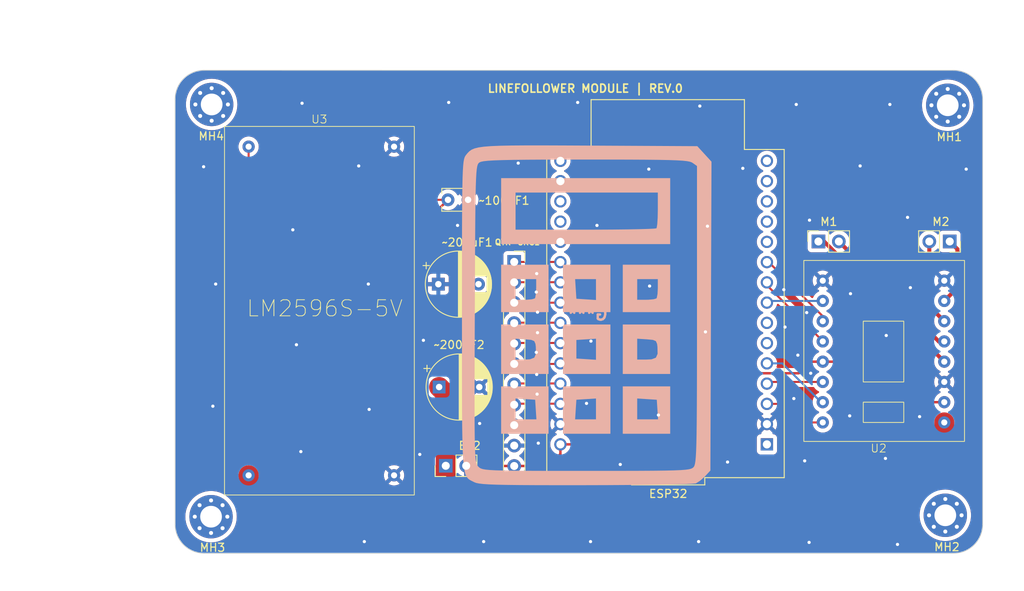
<source format=kicad_pcb>
(kicad_pcb (version 20221018) (generator pcbnew)
  (layers (0 "F.Cu" signal) (31 "B.Cu" signal) (34 "B.Paste" user) (35 "F.Paste" user) (36 "B.SilkS" user "B.Silkscreen") (37 "F.SilkS" user "F.Silkscreen") (38 "B.Mask" user) (39 "F.Mask" user) (44 "Edge.Cuts" user))
  (net 0 "")
  (net 1 "VDD")
  (net 2 "GND")
  (net 9 "/D32")
  (net 10 "/D33")
  (net 11 "/D25")
  (net 12 "/D26")
  (net 13 "/D27")
  (net 14 "/D14")
  (net 15 "/D12")
  (net 16 "/D13")
  (net 17 "VCC")
  (net 18 "/D15")
  (net 19 "/D2")
  (net 20 "/D4")
  (net 21 "/D5")
  (net 22 "/D18")
  (net 23 "/D19")
  (net 29 "/A1")
  (net 30 "/A2")
  (net 31 "/B1")
  (net 32 "/B2")
  (footprint "Connector_PinSocket_2.54mm:PinSocket_1x11_P2.54mm_Vertical" (layer "F.Cu") (at 105.3 89.64)
    (fp_text reference "QTR-8RC1" (at 0.4 -2.44) (layer "F.SilkS") (effects (font (size 0.7 0.7))))
    (fp_text value "Conn_01x11_Socket")
    (pad "1" thru_hole rect (at 0 0) (size 1.7 1.7) (drill 1) (layers "*.Cu" "*.Mask") (net 9 "/D32"))
    (pad "2" thru_hole oval (at 0 2.54) (size 1.7 1.7) (drill 1) (layers "*.Cu" "*.Mask") (net 10 "/D33"))
    (pad "3" thru_hole oval (at 0 5.08) (size 1.7 1.7) (drill 1) (layers "*.Cu" "*.Mask") (net 11 "/D25"))
    (pad "4" thru_hole oval (at 0 7.62) (size 1.7 1.7) (drill 1) (layers "*.Cu" "*.Mask") (net 12 "/D26"))
    (pad "5" thru_hole oval (at 0 10.16) (size 1.7 1.7) (drill 1) (layers "*.Cu" "*.Mask") (net 13 "/D27"))
    (pad "6" thru_hole oval (at 0 12.7) (size 1.7 1.7) (drill 1) (layers "*.Cu" "*.Mask") (net 14 "/D14"))
    (pad "7" thru_hole oval (at 0 15.24) (size 1.7 1.7) (drill 1) (layers "*.Cu" "*.Mask") (net 15 "/D12"))
    (pad "8" thru_hole oval (at 0 17.78) (size 1.7 1.7) (drill 1) (layers "*.Cu" "*.Mask") (net 16 "/D13"))
    (pad "9" thru_hole oval (at 0 20.32) (size 1.7 1.7) (drill 1) (layers "*.Cu" "*.Mask"))
    (pad "10" thru_hole oval (at 0 22.86) (size 1.7 1.7) (drill 1) (layers "*.Cu" "*.Mask") (net 2 "GND"))
    (pad "11" thru_hole oval (at 0 25.4) (size 1.7 1.7) (drill 1) (layers "*.Cu" "*.Mask") (net 17 "VCC"))
  )
  (footprint "MountingHole:MountingHole_2.7mm_Pad_Via" (layer "F.Cu") (at 67.65 70.05)
    (fp_text reference "MH4" (at -0.05 3.95) (layer "F.SilkS"))
    (fp_text value "MountingHole_2.7mm_Pad_Via")
    (pad "1" thru_hole circle (at -2.025 0) (size 0.8 0.8) (drill 0.5) (layers "*.Cu" "*.Mask"))
    (pad "1" thru_hole circle (at -1.431891 -1.431891) (size 0.8 0.8) (drill 0.5) (layers "*.Cu" "*.Mask"))
    (pad "1" thru_hole circle (at -1.431891 1.431891) (size 0.8 0.8) (drill 0.5) (layers "*.Cu" "*.Mask"))
    (pad "1" thru_hole circle (at 0 -2.025) (size 0.8 0.8) (drill 0.5) (layers "*.Cu" "*.Mask"))
    (pad "1" thru_hole circle (at 0 0) (size 5.4 5.4) (drill 2.7) (layers "*.Cu" "*.Mask"))
    (pad "1" thru_hole circle (at 0 2.025) (size 0.8 0.8) (drill 0.5) (layers "*.Cu" "*.Mask"))
    (pad "1" thru_hole circle (at 1.431891 -1.431891) (size 0.8 0.8) (drill 0.5) (layers "*.Cu" "*.Mask"))
    (pad "1" thru_hole circle (at 1.431891 1.431891) (size 0.8 0.8) (drill 0.5) (layers "*.Cu" "*.Mask"))
    (pad "1" thru_hole circle (at 2.025 0) (size 0.8 0.8) (drill 0.5) (layers "*.Cu" "*.Mask"))
  )
  (footprint "Capacitor_THT:CP_Radial_D8.0mm_P5.00mm" (layer "F.Cu") (at 95.957349 105.215)
    (fp_text reference "~200uF2" (at 2.5 -5.25) (layer "F.SilkS"))
    (fp_text value "C_Polarized")
    (pad "1" thru_hole rect (at 0 0) (size 1.6 1.6) (drill 0.8) (layers "*.Cu" "*.Mask") (net 1 "VDD"))
    (pad "2" thru_hole circle (at 5 0) (size 1.6 1.6) (drill 0.8) (layers "*.Cu" "*.Mask") (net 2 "GND"))
  )
  (footprint "TB6612FNG_DEV_KIT:TB6612FNG_DEV_KIT" (layer "F.Cu") (at 161.34 91.98 180)
    (fp_text reference "U2" (at 10.69 -20.87 unlocked) (layer "F.SilkS") (effects (font (thickness 0.1))))
    (fp_text value "TB6612FNG" hide)
    (pad "1" thru_hole circle (at 2.52 -10.08 180) (size 1.524 1.524) (drill 0.762) (layers "*.Cu" "*.Mask") (net 29 "/A1"))
    (pad "3" thru_hole circle (at 2.52 0 180) (size 1.524 1.524) (drill 0.762) (layers "*.Cu" "*.Mask") (net 2 "GND"))
    (pad "5" thru_hole circle (at 2.52 -7.56 180) (size 1.524 1.524) (drill 0.762) (layers "*.Cu" "*.Mask") (net 30 "/A2"))
    (pad "7" thru_hole circle (at 2.52 -5.04 180) (size 1.524 1.524) (drill 0.762) (layers "*.Cu" "*.Mask") (net 32 "/B2"))
    (pad "9" thru_hole circle (at 2.52 -12.6 180) (size 1.524 1.524) (drill 0.762) (layers "*.Cu" "*.Mask") (net 2 "GND"))
    (pad "11" thru_hole circle (at 2.52 -2.52 180) (size 1.524 1.524) (drill 0.762) (layers "*.Cu" "*.Mask") (net 31 "/B1"))
    (pad "15" thru_hole circle (at 17.64 -2.52 180) (size 1.524 1.524) (drill 0.762) (layers "*.Cu" "*.Mask") (net 21 "/D5"))
    (pad "16" thru_hole circle (at 17.64 -5.04 180) (size 1.524 1.524) (drill 0.762) (layers "*.Cu" "*.Mask") (net 23 "/D19"))
    (pad "17" thru_hole circle (at 17.64 -7.56 180) (size 1.524 1.524) (drill 0.762) (layers "*.Cu" "*.Mask") (net 22 "/D18"))
    (pad "18" thru_hole circle (at 17.64 0 180) (size 1.524 1.524) (drill 0.762) (layers "*.Cu" "*.Mask") (net 2 "GND"))
    (pad "19" thru_hole circle (at 17.64 -10.08 180) (size 1.524 1.524) (drill 0.762) (layers "*.Cu" "*.Mask") (net 17 "VCC"))
    (pad "20" thru_hole circle (at 2.52 -15.12 180) (size 1.524 1.524) (drill 0.762) (layers "*.Cu" "*.Mask") (net 17 "VCC"))
    (pad "21" thru_hole circle (at 17.64 -12.6 180) (size 1.524 1.524) (drill 0.762) (layers "*.Cu" "*.Mask") (net 19 "/D2"))
    (pad "22" thru_hole circle (at 17.64 -15.12 180) (size 1.524 1.524) (drill 0.762) (layers "*.Cu" "*.Mask") (net 20 "/D4"))
    (pad "23" thru_hole circle (at 17.64 -17.64 180) (size 1.524 1.524) (drill 0.762) (layers "*.Cu" "*.Mask") (net 18 "/D15"))
    (pad "24" thru_hole circle (at 2.52 -17.64 180) (size 1.524 1.524) (drill 0.762) (layers "*.Cu" "*.Mask") (net 1 "VDD"))
  )
  (footprint "Connector_PinSocket_2.54mm:PinSocket_1x02_P2.54mm_Vertical" (layer "F.Cu") (at 143.16 87.1 90)
    (fp_text reference "M1" (at 2.45 1.29 180) (layer "F.SilkS"))
    (fp_text value "Conn_01x02_Socket")
    (pad "1" thru_hole rect (at 0 0 90) (size 1.7 1.7) (drill 1) (layers "*.Cu" "*.Mask") (net 29 "/A1"))
    (pad "2" thru_hole oval (at 0 2.54 90) (size 1.7 1.7) (drill 1) (layers "*.Cu" "*.Mask") (net 30 "/A2"))
  )
  (footprint "Capacitor_THT:CP_Radial_D8.0mm_P5.00mm" (layer "F.Cu") (at 95.86 92.415)
    (fp_text reference "~200uF1" (at 3.6 -5.2) (layer "F.SilkS"))
    (fp_text value "C_Polarized")
    (pad "1" thru_hole rect (at 0 0) (size 1.6 1.6) (drill 0.8) (layers "*.Cu" "*.Mask") (net 2 "GND"))
    (pad "2" thru_hole circle (at 5 0) (size 1.6 1.6) (drill 0.8) (layers "*.Cu" "*.Mask") (net 17 "VCC"))
  )
  (footprint "ESP32-DEVKITC:MODULE_ESP32-DEVKITC" (layer "F.Cu") (at 124.95 99.75)
    (fp_text reference "ESP32" (at -0.485 18.75) (layer "F.SilkS"))
    (fp_text value "ESP32-DEVKITC")
    (pad "1" thru_hole rect (at 11.8 12.6) (size 1.53 1.53) (drill 1.02) (layers "*.Cu" "*.Mask"))
    (pad "2" thru_hole circle (at -13.9 -22.68 270) (size 1.53 1.53) (drill 1.02) (layers "*.Cu" "*.Mask"))
    (pad "3" thru_hole circle (at -13.9 -20.16) (size 1.53 1.53) (drill 1.02) (layers "*.Cu" "*.Mask"))
    (pad "4" thru_hole circle (at -13.9 -17.64) (size 1.53 1.53) (drill 1.02) (layers "*.Cu" "*.Mask"))
    (pad "5" thru_hole circle (at -13.9 -15.12) (size 1.53 1.53) (drill 1.02) (layers "*.Cu" "*.Mask"))
    (pad "6" thru_hole circle (at -13.9 -12.6) (size 1.53 1.53) (drill 1.02) (layers "*.Cu" "*.Mask"))
    (pad "7" thru_hole circle (at -13.9 -10.08) (size 1.53 1.53) (drill 1.02) (layers "*.Cu" "*.Mask") (net 9 "/D32"))
    (pad "8" thru_hole circle (at -13.9 -7.56) (size 1.53 1.53) (drill 1.02) (layers "*.Cu" "*.Mask") (net 10 "/D33"))
    (pad "9" thru_hole circle (at -13.9 -5.04) (size 1.53 1.53) (drill 1.02) (layers "*.Cu" "*.Mask") (net 11 "/D25"))
    (pad "10" thru_hole circle (at -13.9 -2.52) (size 1.53 1.53) (drill 1.02) (layers "*.Cu" "*.Mask") (net 12 "/D26"))
    (pad "11" thru_hole circle (at -13.9 0) (size 1.53 1.53) (drill 1.02) (layers "*.Cu" "*.Mask") (net 13 "/D27"))
    (pad "12" thru_hole circle (at -13.9 2.52) (size 1.53 1.53) (drill 1.02) (layers "*.Cu" "*.Mask") (net 14 "/D14"))
    (pad "13" thru_hole circle (at -13.9 5.04) (size 1.53 1.53) (drill 1.02) (layers "*.Cu" "*.Mask") (net 15 "/D12"))
    (pad "14" thru_hole circle (at -13.9 10.08) (size 1.53 1.53) (drill 1.02) (layers "*.Cu" "*.Mask") (net 2 "GND"))
    (pad "15" thru_hole circle (at -13.9 7.56) (size 1.53 1.53) (drill 1.02) (layers "*.Cu" "*.Mask") (net 16 "/D13"))
    (pad "19" thru_hole circle (at -13.9 12.6) (size 1.53 1.53) (drill 1.02) (layers "*.Cu" "*.Mask") (net 17 "VCC"))
    (pad "23" thru_hole circle (at 11.8 7.56) (size 1.53 1.53) (drill 1.02) (layers "*.Cu" "*.Mask") (net 18 "/D15"))
    (pad "24" thru_hole circle (at 11.8 5.04) (size 1.53 1.53) (drill 1.02) (layers "*.Cu" "*.Mask") (net 19 "/D2"))
    (pad "26" thru_hole circle (at 11.8 2.52) (size 1.53 1.53) (drill 1.02) (layers "*.Cu" "*.Mask") (net 20 "/D4"))
    (pad "29" thru_hole circle (at 11.8 -5.04) (size 1.53 1.53) (drill 1.02) (layers "*.Cu" "*.Mask") (net 21 "/D5"))
    (pad "30" thru_hole circle (at 11.8 -7.56) (size 1.53 1.53) (drill 1.02) (layers "*.Cu" "*.Mask") (net 22 "/D18"))
    (pad "31" thru_hole circle (at 11.8 -10.08) (size 1.53 1.53) (drill 1.02) (layers "*.Cu" "*.Mask") (net 23 "/D19"))
    (pad "32" thru_hole circle (at 11.8 10.08) (size 1.53 1.53) (drill 1.02) (layers "*.Cu" "*.Mask") (net 2 "GND"))
    (pad "33" thru_hole circle (at 11.8 -12.6) (size 1.53 1.53) (drill 1.02) (layers "*.Cu" "*.Mask"))
    (pad "34" thru_hole circle (at 11.8 0) (size 1.53 1.53) (drill 1.02) (layers "*.Cu" "*.Mask"))
    (pad "35" thru_hole circle (at 11.8 -2.52) (size 1.53 1.53) (drill 1.02) (layers "*.Cu" "*.Mask"))
    (pad "36" thru_hole circle (at 11.8 -20.16) (size 1.53 1.53) (drill 1.02) (layers "*.Cu" "*.Mask"))
    (pad "37" thru_hole circle (at 11.8 -22.68) (size 1.53 1.53) (drill 1.02) (layers "*.Cu" "*.Mask"))
    (pad "40" thru_hole circle (at 11.8 -17.64) (size 1.53 1.53) (drill 1.02) (layers "*.Cu" "*.Mask"))
    (pad "41" thru_hole circle (at 11.8 -15.12) (size 1.53 1.53) (drill 1.02) (layers "*.Cu" "*.Mask"))
  )
  (footprint "LM2596S:LM2596S_DEV_KIT" (layer "F.Cu") (at 92.87 72.78 180)
    (fp_text reference "U3" (at 11.82 0.88 unlocked) (layer "F.SilkS") (effects (font (thickness 0.1))))
    (fp_text value "~")
    (fp_text user "LM2596S-5V" (at 20.97 -23.82 unlocked) (layer "F.SilkS") (effects (font (size 2 2) (thickness 0.1)) (justify left bottom)))
    (pad "1" thru_hole circle (at 2.52 -43.42 180) (size 1.524 1.524) (drill 0.762) (layers "*.Cu" "*.Mask") (net 2 "GND"))
    (pad "2" thru_hole circle (at 20.62 -43.42 180) (size 1.524 1.524) (drill 0.762) (layers "*.Cu" "*.Mask") (net 1 "VDD"))
    (pad "3" thru_hole circle (at 2.52 -2.52 180) (size 1.524 1.524) (drill 0.762) (layers "*.Cu" "*.Mask") (net 2 "GND"))
    (pad "4" thru_hole circle (at 20.62 -2.52 180) (size 1.524 1.524) (drill 0.762) (layers "*.Cu" "*.Mask") (net 17 "VCC"))
  )
  (footprint "Capacitor_THT:C_Disc_D3.8mm_W2.6mm_P2.50mm" (layer "F.Cu") (at 97.06 81.915)
    (fp_text reference "~100nF1" (at 7 0.1) (layer "F.SilkS"))
    (fp_text value "C_Unpolarized")
    (pad "1" thru_hole circle (at 0 0) (size 1.6 1.6) (drill 0.8) (layers "*.Cu" "*.Mask") (net 17 "VCC"))
    (pad "2" thru_hole circle (at 2.5 0) (size 1.6 1.6) (drill 0.8) (layers "*.Cu" "*.Mask") (net 2 "GND"))
  )
  (footprint "MountingHole:MountingHole_2.7mm_Pad_Via" (layer "F.Cu") (at 159.25 70.15)
    (fp_text reference "MH1" (at 0.2 3.95) (layer "F.SilkS"))
    (fp_text value "MountingHole_2.7mm_Pad_Via")
    (pad "1" thru_hole circle (at -2.025 0) (size 0.8 0.8) (drill 0.5) (layers "*.Cu" "*.Mask"))
    (pad "1" thru_hole circle (at -1.431891 -1.431891) (size 0.8 0.8) (drill 0.5) (layers "*.Cu" "*.Mask"))
    (pad "1" thru_hole circle (at -1.431891 1.431891) (size 0.8 0.8) (drill 0.5) (layers "*.Cu" "*.Mask"))
    (pad "1" thru_hole circle (at 0 -2.025) (size 0.8 0.8) (drill 0.5) (layers "*.Cu" "*.Mask"))
    (pad "1" thru_hole circle (at 0 0) (size 5.4 5.4) (drill 2.7) (layers "*.Cu" "*.Mask"))
    (pad "1" thru_hole circle (at 0 2.025) (size 0.8 0.8) (drill 0.5) (layers "*.Cu" "*.Mask"))
    (pad "1" thru_hole circle (at 1.431891 -1.431891) (size 0.8 0.8) (drill 0.5) (layers "*.Cu" "*.Mask"))
    (pad "1" thru_hole circle (at 1.431891 1.431891) (size 0.8 0.8) (drill 0.5) (layers "*.Cu" "*.Mask"))
    (pad "1" thru_hole circle (at 2.025 0) (size 0.8 0.8) (drill 0.5) (layers "*.Cu" "*.Mask"))
  )
  (footprint "MountingHole:MountingHole_2.7mm_Pad_Via" (layer "F.Cu") (at 158.95 121.175)
    (fp_text reference "MH2" (at 0.2 3.95) (layer "F.SilkS"))
    (fp_text value "MountingHole_2.7mm_Pad_Via")
    (pad "1" thru_hole circle (at -2.025 0) (size 0.8 0.8) (drill 0.5) (layers "*.Cu" "*.Mask"))
    (pad "1" thru_hole circle (at -1.431891 -1.431891) (size 0.8 0.8) (drill 0.5) (layers "*.Cu" "*.Mask"))
    (pad "1" thru_hole circle (at -1.431891 1.431891) (size 0.8 0.8) (drill 0.5) (layers "*.Cu" "*.Mask"))
    (pad "1" thru_hole circle (at 0 -2.025) (size 0.8 0.8) (drill 0.5) (layers "*.Cu" "*.Mask"))
    (pad "1" thru_hole circle (at 0 0) (size 5.4 5.4) (drill 2.7) (layers "*.Cu" "*.Mask"))
    (pad "1" thru_hole circle (at 0 2.025) (size 0.8 0.8) (drill 0.5) (layers "*.Cu" "*.Mask"))
    (pad "1" thru_hole circle (at 1.431891 -1.431891) (size 0.8 0.8) (drill 0.5) (layers "*.Cu" "*.Mask"))
    (pad "1" thru_hole circle (at 1.431891 1.431891) (size 0.8 0.8) (drill 0.5) (layers "*.Cu" "*.Mask"))
    (pad "1" thru_hole circle (at 2.025 0) (size 0.8 0.8) (drill 0.5) (layers "*.Cu" "*.Mask"))
  )
  (footprint "MountingHole:MountingHole_2.7mm_Pad_Via" (layer "F.Cu") (at 67.575 121.35)
    (fp_text reference "MH3" (at 0.175 3.85) (layer "F.SilkS"))
    (fp_text value "MountingHole_2.7mm_Pad_Via")
    (pad "1" thru_hole circle (at -2.025 0) (size 0.8 0.8) (drill 0.5) (layers "*.Cu" "*.Mask"))
    (pad "1" thru_hole circle (at -1.431891 -1.431891) (size 0.8 0.8) (drill 0.5) (layers "*.Cu" "*.Mask"))
    (pad "1" thru_hole circle (at -1.431891 1.431891) (size 0.8 0.8) (drill 0.5) (layers "*.Cu" "*.Mask"))
    (pad "1" thru_hole circle (at 0 -2.025) (size 0.8 0.8) (drill 0.5) (layers "*.Cu" "*.Mask"))
    (pad "1" thru_hole circle (at 0 0) (size 5.4 5.4) (drill 2.7) (layers "*.Cu" "*.Mask"))
    (pad "1" thru_hole circle (at 0 2.025) (size 0.8 0.8) (drill 0.5) (layers "*.Cu" "*.Mask"))
    (pad "1" thru_hole circle (at 1.431891 -1.431891) (size 0.8 0.8) (drill 0.5) (layers "*.Cu" "*.Mask"))
    (pad "1" thru_hole circle (at 1.431891 1.431891) (size 0.8 0.8) (drill 0.5) (layers "*.Cu" "*.Mask"))
    (pad "1" thru_hole circle (at 2.025 0) (size 0.8 0.8) (drill 0.5) (layers "*.Cu" "*.Mask"))
  )
  (footprint "Connector_PinSocket_2.54mm:PinSocket_1x02_P2.54mm_Vertical" (layer "F.Cu") (at 159.5 87.1 -90)
    (fp_text reference "M2" (at -2.45 1.1 -180) (layer "F.SilkS"))
    (fp_text value "Conn_01x02_Socket")
    (pad "1" thru_hole rect (at 0 0 270) (size 1.7 1.7) (drill 1) (layers "*.Cu" "*.Mask") (net 31 "/B1"))
    (pad "2" thru_hole oval (at 0 2.54 270) (size 1.7 1.7) (drill 1) (layers "*.Cu" "*.Mask") (net 32 "/B2"))
  )
  (footprint "Connector_PinHeader_2.54mm:PinHeader_1x02_P2.54mm_Vertical" (layer "F.Cu") (at 96.785 115.015 90)
    (fp_text reference "BT2" (at 2.5 2.975 180) (layer "F.SilkS"))
    (fp_text value "Battery")
    (pad "1" thru_hole rect (at 0 0 90) (size 1.7 1.7) (drill 1) (layers "*.Cu" "*.Mask") (net 1 "VDD"))
    (pad "2" thru_hole oval (at 0 2.54 90) (size 1.7 1.7) (drill 1) (layers "*.Cu" "*.Mask") (net 2 "GND"))
  )
  (footprint "graphics:pcb_logo_45mmx45mm" (layer "B.Cu") (at 114.45 96.15 180)
    (fp_text reference "G***" (at 0 0) (layer "B.SilkS") (effects (font (size 1.5 1.5) (thickness 0.3)) (justify mirror)))
    (fp_text value "LOGO" hide)
  )
  (gr_arc (start 163.6 122.3) (mid 162.545584 124.845584) (end 160 125.9) (stroke (width 0.1)) (layer "Edge.Cuts"))
  (gr_line (start 160 125.9) (end 66.7 125.9) (stroke (width 0.1)) (layer "Edge.Cuts"))
  (gr_arc (start 160 65.8) (mid 162.545584 66.854416) (end 163.6 69.4) (stroke (width 0.1)) (layer "Edge.Cuts"))
  (gr_arc (start 63.095584 69.395584) (mid 64.15 66.85) (end 66.695584 65.795584) (stroke (width 0.1)) (layer "Edge.Cuts"))
  (gr_arc (start 66.7 125.9) (mid 64.154416 124.845584) (end 63.1 122.3) (stroke (width 0.1)) (layer "Edge.Cuts"))
  (gr_line (start 66.695584 65.795584) (end 160 65.8) (stroke (width 0.1)) (layer "Edge.Cuts"))
  (gr_line (start 63.1 122.3) (end 63.095584 69.395584) (stroke (width 0.1)) (layer "Edge.Cuts"))
  (gr_line (start 163.6 69.4) (end 163.6 122.3) (stroke (width 0.1)) (layer "Edge.Cuts"))
  (gr_text "LINEFOLLOWER MODULE | REV.0" (at 101.9 68.65) (layer "F.SilkS") (effects (font (size 1 1) (thickness 0.2) bold) (justify left bottom)))
  (segment (start 151.9 121.6) (end 158.82 114.68) (width 2.5) (layer "F.Cu") (net 1))
  (segment (start 96.785 118.24) (end 99.96 121.415) (width 2.5) (layer "F.Cu") (net 1))
  (segment (start 99.96 121.415) (end 99.975 121.4) (width 2.5) (layer "F.Cu") (net 1))
  (segment (start 96.785 115.015) (end 96.785 118.24) (width 2.5) (layer "F.Cu") (net 1))
  (segment (start 72.26 116.21) (end 72.25 116.2) (width 2.5) (layer "F.Cu") (net 1))
  (segment (start 99.975 121.4) (end 100.175 121.6) (width 2.5) (layer "F.Cu") (net 1))
  (segment (start 158.82 114.68) (end 158.82 109.62) (width 2.5) (layer "F.Cu") (net 1))
  (segment (start 96.535 118.24) (end 93.16 121.615) (width 2.5) (layer "F.Cu") (net 1))
  (segment (start 96.785 118.24) (end 96.535 118.24) (width 2.5) (layer "F.Cu") (net 1))
  (segment (start 93.16 121.615) (end 74.66 121.615) (width 2.5) (layer "F.Cu") (net 1))
  (segment (start 100.175 121.6) (end 151.9 121.6) (width 2.5) (layer "F.Cu") (net 1))
  (segment (start 74.66 121.615) (end 72.26 119.215) (width 2.5) (layer "F.Cu") (net 1))
  (segment (start 96.785 106.042651) (end 95.957349 105.215) (width 2.5) (layer "F.Cu") (net 1))
  (segment (start 96.785 115.015) (end 96.785 106.042651) (width 2.5) (layer "F.Cu") (net 1))
  (segment (start 72.26 119.215) (end 72.26 116.21) (width 2.5) (layer "F.Cu") (net 1))
  (via (at 154.25 84.1) (size 0.8) (drill 0.4) (layers "F.Cu" "B.Cu") (net 2))
  (via (at 108.2 95.9) (size 0.8) (drill 0.4) (layers "F.Cu" "B.Cu") (net 2))
  (via (at 147.05 108.8) (size 0.8) (drill 0.4) (layers "F.Cu" "B.Cu") (net 2))
  (via (at 138.85 93.1) (size 0.8) (drill 0.4) (layers "F.Cu" "B.Cu") (net 2))
  (via (at 155.75 108.9) (size 0.8) (drill 0.4) (layers "F.Cu" "B.Cu") (net 2))
  (via (at 142.05 84.45) (size 0.8) (drill 0.4) (layers "F.Cu" "B.Cu") (net 2))
  (via (at 108.1 91.1) (size 0.8) (drill 0.4) (layers "F.Cu" "B.Cu") (net 2))
  (via (at 108.1 103.65) (size 0.8) (drill 0.4) (layers "F.Cu" "B.Cu") (net 2))
  (via (at 140.1 106.65) (size 0.8) (drill 0.4) (layers "F.Cu" "B.Cu") (net 2))
  (via (at 108.05 100.9) (size 0.8) (drill 0.4) (layers "F.Cu" "B.Cu") (net 2))
  (via (at 93.55 113.6) (size 0.8) (drill 0.4) (layers "F.Cu" "B.Cu") (net 2))
  (via (at 133.75 78) (size 0.8) (drill 0.4) (layers "F.Cu" "B.Cu") (net 2))
  (via (at 108.3 112.2) (size 0.8) (drill 0.4) (layers "F.Cu" "B.Cu") (net 2))
  (via (at 142.2 103.5) (size 0.8) (drill 0.4) (layers "F.Cu" "B.Cu") (net 2))
  (via (at 77.75 85.65) (size 0.8) (drill 0.4) (layers "F.Cu" "B.Cu") (net 2))
  (via (at 151.6 98.8) (size 0.8) (drill 0.4) (layers "F.Cu" "B.Cu") (net 2))
  (via (at 118.5 114.85) (size 0.8) (drill 0.4) (layers "F.Cu" "B.Cu") (net 2))
  (via (at 108.05 93.4) (size 0.8) (drill 0.4) (layers "F.Cu" "B.Cu") (net 2))
  (via (at 152.05 70.05) (size 0.8) (drill 0.4) (layers "F.Cu" "B.Cu") (net 2))
  (via (at 139 97.75) (size 0.8) (drill 0.4) (layers "F.Cu" "B.Cu") (net 2))
  (via (at 140.4 70.05) (size 0.8) (drill 0.4) (layers "F.Cu" "B.Cu") (net 2))
  (via (at 128.25 124.45) (size 0.8) (drill 0.4) (layers "F.Cu" "B.Cu") (net 2))
  (via (at 98.25 85.1) (size 0.8) (drill 0.4) (layers "F.Cu" "B.Cu") (net 2))
  (via (at 147.15 93.6) (size 0.8) (drill 0.4) (layers "F.Cu" "B.Cu") (net 2))
  (via (at 122.05 78.1) (size 0.8) (drill 0.4) (layers "F.Cu" "B.Cu") (net 2))
  (via (at 101.5 124.45) (size 0.8) (drill 0.4) (layers "F.Cu" "B.Cu") (net 2))
  (via (at 94 99.4) (size 0.8) (drill 0.4) (layers "F.Cu" "B.Cu") (net 2))
  (via (at 78.75 113.25) (size 0.8) (drill 0.4) (layers "F.Cu" "B.Cu") (net 2))
  (via (at 78.9 69.9) (size 0.8) (drill 0.4) (layers "F.Cu" "B.Cu") (net 2))
  (via (at 113.2 69.8) (size 0.8) (drill 0.4) (layers "F.Cu" "B.Cu") (net 2))
  (via (at 114.85 99.5) (size 0.8) (drill 0.4) (layers "F.Cu" "B.Cu") (net 2))
  (via (at 142 124.55) (size 0.8) (drill 0.4) (layers "F.Cu" "B.Cu") (net 2))
  (via (at 86.65 124.45) (size 0.8) (drill 0.4) (layers "F.Cu" "B.Cu") (net 2))
  (via (at 141.45 114.4) (size 0.8) (drill 0.4) (layers "F.Cu" "B.Cu") (net 2))
  (via (at 128.4 70.25) (size 0.8) (drill 0.4) (layers "F.Cu" "B.Cu") (net 2))
  (via (at 115.6 85.1) (size 0.8) (drill 0.4) (layers "F.Cu" "B.Cu") (net 2))
  (via (at 66.65 77.8) (size 0.8) (drill 0.4) (layers "F.Cu" "B.Cu") (net 2))
  (via (at 151.5 114.1) (size 0.8) (drill 0.4) (layers "F.Cu" "B.Cu") (net 2))
  (via (at 108.2 98.45) (size 0.8) (drill 0.4) (layers "F.Cu" "B.Cu") (net 2))
  (via (at 141.7 95.95) (size 0.8) (drill 0.4) (layers "F.Cu" "B.Cu") (net 2))
  (via (at 148.35 77.7) (size 0.8) (drill 0.4) (layers "F.Cu" "B.Cu") (net 2))
  (via (at 161.55 78.1) (size 0.8) (drill 0.4) (layers "F.Cu" "B.Cu") (net 2))
  (via (at 78.2 99.95) (size 0.8) (drill 0.4) (layers "F.Cu" "B.Cu") (net 2))
  (via (at 87.15 92.4) (size 0.8) (drill 0.4) (layers "F.Cu" "B.Cu") (net 2))
  (via (at 108.15 106.1) (size 0.8) (drill 0.4) (layers "F.Cu" "B.Cu") (net 2))
  (via (at 140.6 101.25) (size 0.8) (drill 0.4) (layers "F.Cu" "B.Cu") (net 2))
  (via (at 85.95 77.7) (size 0.8) (drill 0.4) (layers "F.Cu" "B.Cu") (net 2))
  (via (at 129.35 85.2) (size 0.8) (drill 0.4) (layers "F.Cu" "B.Cu") (net 2))
  (via (at 87.25 108) (size 0.8) (drill 0.4) (layers "F.Cu" "B.Cu") (net 2))
  (via (at 68.15 92.4) (size 0.8) (drill 0.4) (layers "F.Cu" "B.Cu") (net 2))
  (via (at 114.3 107.25) (size 0.8) (drill 0.4) (layers "F.Cu" "B.Cu") (net 2))
  (via (at 153 124.8) (size 0.8) (drill 0.4) (layers "F.Cu" "B.Cu") (net 2))
  (via (at 97.15 69.8) (size 0.8) (drill 0.4) (layers "F.Cu" "B.Cu") (net 2))
  (via (at 105.8 77.35) (size 0.8) (drill 0.4) (layers "F.Cu" "B.Cu") (net 2))
  (via (at 114.8 124.45) (size 0.8) (drill 0.4) (layers "F.Cu" "B.Cu") (net 2))
  (via (at 154.6 92.85) (size 0.8) (drill 0.4) (layers "F.Cu" "B.Cu") (net 2))
  (via (at 123.25 108.7) (size 0.8) (drill 0.4) (layers "F.Cu" "B.Cu") (net 2))
  (via (at 129.1 98.35) (size 0.8) (drill 0.4) (layers "F.Cu" "B.Cu") (net 2))
  (via (at 122.15 92.65) (size 0.8) (drill 0.4) (layers "F.Cu" "B.Cu") (net 2))
  (via (at 131.85 114.55) (size 0.8) (drill 0.4) (layers "F.Cu" "B.Cu") (net 2))
  (via (at 67.8 107.6) (size 0.8) (drill 0.4) (layers "F.Cu" "B.Cu") (net 2))
  (via (at 101 109.75) (size 0.8) (drill 0.4) (layers "F.Cu" "B.Cu") (net 2))
  (segment (start 105.3085 89.6485) (end 105.3 89.64) (width 0.25) (layer "F.Cu") (net 9))
  (segment (start 111.05 89.67) (end 111.0285 89.6485) (width 0.25) (layer "F.Cu") (net 9))
  (segment (start 111.0285 89.6485) (end 105.3085 89.6485) (width 0.25) (layer "F.Cu") (net 9))
  (segment (start 105.3115 92.1685) (end 105.3 92.18) (width 0.25) (layer "F.Cu") (net 10))
  (segment (start 111.0285 92.1685) (end 105.3115 92.1685) (width 0.25) (layer "F.Cu") (net 10))
  (segment (start 111.05 92.19) (end 111.0285 92.1685) (width 0.25) (layer "F.Cu") (net 10))
  (segment (start 105.3 94.72) (end 111.04 94.72) (width 0.25) (layer "F.Cu") (net 11))
  (segment (start 111.05 94.71) (end 111.0285 94.6885) (width 0.25) (layer "F.Cu") (net 11))
  (segment (start 111.0285 94.6885) (end 111.0085 94.6885) (width 0.25) (layer "F.Cu") (net 11))
  (segment (start 111.04 94.72) (end 111.05 94.71) (width 0.25) (layer "F.Cu") (net 11))
  (segment (start 105.3515 97.2085) (end 105.3 97.26) (width 0.25) (layer "F.Cu") (net 12))
  (segment (start 111.0285 97.2085) (end 105.3515 97.2085) (width 0.25) (layer "F.Cu") (net 12))
  (segment (start 111.05 97.23) (end 111.0285 97.2085) (width 0.25) (layer "F.Cu") (net 12))
  (segment (start 105.3715 99.7285) (end 105.3 99.8) (width 0.25) (layer "F.Cu") (net 13))
  (segment (start 111.05 99.75) (end 111.0285 99.7285) (width 0.25) (layer "F.Cu") (net 13))
  (segment (start 111.0285 99.7285) (end 105.3715 99.7285) (width 0.25) (layer "F.Cu") (net 13))
  (segment (start 111.05 102.27) (end 111.0285 102.2485) (width 0.25) (layer "F.Cu") (net 14))
  (segment (start 111.0285 102.2485) (end 111.0085 102.2485) (width 0.25) (layer "F.Cu") (net 14))
  (segment (start 110.98 102.34) (end 111.05 102.27) (width 0.25) (layer "F.Cu") (net 14))
  (segment (start 105.3 102.34) (end 110.98 102.34) (width 0.25) (layer "F.Cu") (net 14))
  (segment (start 111.0285 104.7685) (end 105.4115 104.7685) (width 0.25) (layer "F.Cu") (net 15))
  (segment (start 111.05 104.79) (end 111.0285 104.7685) (width 0.25) (layer "F.Cu") (net 15))
  (segment (start 105.4115 104.7685) (end 105.3 104.88) (width 0.25) (layer "F.Cu") (net 15))
  (segment (start 111.0285 107.2885) (end 105.4315 107.2885) (width 0.25) (layer "F.Cu") (net 16))
  (segment (start 105.4315 107.2885) (end 105.3 107.42) (width 0.25) (layer "F.Cu") (net 16))
  (segment (start 111.05 107.31) (end 111.0285 107.2885) (width 0.25) (layer "F.Cu") (net 16))
  (segment (start 142.14 102.06) (end 143.7 102.06) (width 0.3) (layer "F.Cu") (net 17))
  (segment (start 105.3 115.04) (end 109.56 115.04) (width 0.3) (layer "F.Cu") (net 17))
  (segment (start 103.74 115.04) (end 105.3 115.04) (width 0.3) (layer "F.Cu") (net 17))
  (segment (start 112.35 112.35) (end 121.2 103.5) (width 0.3) (layer "F.Cu") (net 17))
  (segment (start 149.36 102.06) (end 143.7 102.06) (width 0.3) (layer "F.Cu") (net 17))
  (segment (start 121.2 103.5) (end 140.7 103.5) (width 0.3) (layer "F.Cu") (net 17))
  (segment (start 109.56 115.04) (end 111.05 113.55) (width 0.3) (layer "F.Cu") (net 17))
  (segment (start 72.25 79.6) (end 74.565 81.915) (width 0.25) (layer "F.Cu") (net 17))
  (segment (start 95.86 92.415) (end 95.86 94.015) (width 0.3) (layer "F.Cu") (net 17))
  (segment (start 72.25 75.3) (end 72.25 79.6) (width 0.25) (layer "F.Cu") (net 17))
  (segment (start 102.7 97.35) (end 102.7 114) (width 0.3) (layer "F.Cu") (net 17))
  (segment (start 95.86 92.415) (end 95.86 83.115) (width 0.3) (layer "F.Cu") (net 17))
  (segment (start 140.7 103.5) (end 142.14 102.06) (width 0.3) (layer "F.Cu") (net 17))
  (segment (start 102.7 114) (end 103.74 115.04) (width 0.3) (layer "F.Cu") (net 17))
  (segment (start 101.15 95.8) (end 102.7 97.35) (width 0.3) (layer "F.Cu") (net 17))
  (segment (start 74.565 81.915) (end 97.06 81.915) (width 0.25) (layer "F.Cu") (net 17))
  (segment (start 154.4 107.1) (end 149.36 102.06) (width 0.3) (layer "F.Cu") (net 17))
  (segment (start 111.05 113.55) (end 111.05 112.35) (width 0.3) (layer "F.Cu") (net 17))
  (segment (start 95.86 83.115) (end 97.06 81.915) (width 0.3) (layer "F.Cu") (net 17))
  (segment (start 95.86 94.015) (end 97.645 95.8) (width 0.3) (layer "F.Cu") (net 17))
  (segment (start 158.82 107.1) (end 154.4 107.1) (width 0.3) (layer "F.Cu") (net 17))
  (segment (start 111.05 112.35) (end 112.35 112.35) (width 0.3) (layer "F.Cu") (net 17))
  (segment (start 97.645 95.8) (end 101.15 95.8) (width 0.3) (layer "F.Cu") (net 17))
  (segment (start 143.7 109.62) (end 140.82 109.62) (width 0.25) (layer "F.Cu") (net 18))
  (segment (start 136.73 107.31) (end 136.7085 107.2885) (width 0.25) (layer "F.Cu") (net 18))
  (segment (start 138.51 107.31) (end 136.73 107.31) (width 0.25) (layer "F.Cu") (net 18))
  (segment (start 140.82 109.62) (end 138.51 107.31) (width 0.25) (layer "F.Cu") (net 18))
  (segment (start 143.7 104.58) (end 136.96 104.58) (width 0.25) (layer "F.Cu") (net 19))
  (segment (start 136.73 104.79) (end 136.7085 104.7685) (width 0.25) (layer "F.Cu") (net 19))
  (segment (start 136.75 104.79) (end 136.73 104.79) (width 0.25) (layer "F.Cu") (net 19))
  (segment (start 136.96 104.58) (end 136.75 104.79) (width 0.25) (layer "F.Cu") (net 19))
  (segment (start 143.7 107.1) (end 143.5 107.1) (width 0.25) (layer "B.Cu") (net 20))
  (segment (start 138.67 102.27) (end 136.75 102.27) (width 0.25) (layer "B.Cu") (net 20))
  (segment (start 143.5 107.1) (end 138.67 102.27) (width 0.25) (layer "B.Cu") (net 20))
  (segment (start 136.897 94.5) (end 136.7085 94.6885) (width 0.25) (layer "B.Cu") (net 21))
  (segment (start 143.7 94.5) (end 136.897 94.5) (width 0.25) (layer "B.Cu") (net 21))
  (segment (start 136.75 92.55) (end 143.7 99.5) (width 0.25) (layer "F.Cu") (net 22))
  (segment (start 143.7 99.5) (end 143.7 99.54) (width 0.25) (layer "F.Cu") (net 22))
  (segment (start 136.7285 92.1685) (end 136.75 92.19) (width 0.25) (layer "F.Cu") (net 22))
  (segment (start 136.7085 92.1685) (end 136.7285 92.1685) (width 0.25) (layer "F.Cu") (net 22))
  (segment (start 136.75 92.19) (end 136.75 92.55) (width 0.25) (layer "F.Cu") (net 22))
  (segment (start 143.7 97.02) (end 143.7 96.4) (width 0.25) (layer "F.Cu") (net 23))
  (segment (start 143.7 96.4) (end 136.97 89.67) (width 0.25) (layer "F.Cu") (net 23))
  (segment (start 136.73 89.67) (end 136.7085 89.6485) (width 0.25) (layer "F.Cu") (net 23))
  (segment (start 136.97 89.67) (end 136.73 89.67) (width 0.25) (layer "F.Cu") (net 23))
  (segment (start 143.86 87.1) (end 158.82 102.06) (width 0.5) (layer "F.Cu") (net 29))
  (segment (start 143.16 87.1) (end 143.86 87.1) (width 0.5) (layer "F.Cu") (net 29))
  (segment (start 145.7 87.1) (end 158.14 99.54) (width 0.5) (layer "F.Cu") (net 30))
  (segment (start 158.14 99.54) (end 158.82 99.54) (width 0.5) (layer "F.Cu") (net 30))
  (segment (start 160.45 88.05) (end 160.45 92.87) (width 0.5) (layer "F.Cu") (net 31))
  (segment (start 160.45 92.87) (end 158.82 94.5) (width 0.5) (layer "F.Cu") (net 31))
  (segment (start 159.5 87.1) (end 160.45 88.05) (width 0.5) (layer "F.Cu") (net 31))
  (segment (start 156.96 87.1) (end 156.96 95.16) (width 0.5) (layer "F.Cu") (net 32))
  (segment (start 156.96 95.16) (end 158.82 97.02) (width 0.5) (layer "F.Cu") (net 32))
  (zone (net 2) (net_name "GND") (layer "F.Cu") (name "gnd1") (connect_pads (clearance 0.5)) (min_thickness 0.25) (fill yes (thermal_gap 0.5) (thermal_bridge_width 0.5))
    (polygon (pts (xy 56.8 59) (xy 167.6 59) (xy 167.6 129.05) (xy 56.65 129.05)))
  )
  (zone (net 2) (net_name "GND") (layer "B.Cu") (name "gnd2") (priority 1) (connect_pads (clearance 0.5)) (min_thickness 0.25) (fill yes (thermal_gap 0.5) (thermal_bridge_width 0.5))
    (polygon (pts (xy 55.25 57.05) (xy 168.75 57.05) (xy 168.75 130.6) (xy 54.8 130.6)))
  )
)
</source>
